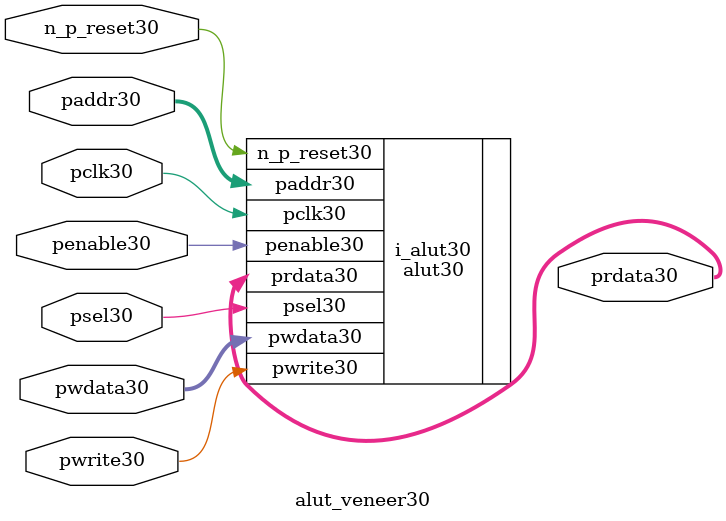
<source format=v>
module alut_veneer30
(   
   // Inputs30
   pclk30,
   n_p_reset30,
   psel30,            
   penable30,       
   pwrite30,         
   paddr30,           
   pwdata30,          

   // Outputs30
   prdata30  
);

   // APB30 Inputs30
   input             pclk30;               // APB30 clock30                          
   input             n_p_reset30;          // Reset30                              
   input             psel30;               // Module30 select30 signal30               
   input             penable30;            // Enable30 signal30                      
   input             pwrite30;             // Write when HIGH30 and read when LOW30  
   input [6:0]       paddr30;              // Address bus for read write         
   input [31:0]      pwdata30;             // APB30 write bus                      

   output [31:0]     prdata30;             // APB30 read bus                       


//-----------------------------------------------------------------------
//##############################################################################
// if the ALUT30 is NOT30 black30 boxed30 
//##############################################################################
`ifndef FV_KIT_BLACK_BOX_LUT30 


alut30 i_alut30 (
        //inputs30
        . n_p_reset30(n_p_reset30),
        . pclk30(pclk30),
        . psel30(psel30),
        . penable30(penable30),
        . pwrite30(pwrite30),
        . paddr30(paddr30[6:0]),
        . pwdata30(pwdata30),

        //outputs30
        . prdata30(prdata30)
);


`else 
//##############################################################################
// if the <module> is black30 boxed30 
//##############################################################################

   // APB30 Inputs30
   wire              pclk30;               // APB30 clock30                          
   wire              n_p_reset30;          // Reset30                              
   wire              psel30;               // Module30 select30 signal30               
   wire              penable30;            // Enable30 signal30                      
   wire              pwrite30;             // Write when HIGH30 and read when LOW30  
   wire  [6:0]       paddr30;              // Address bus for read write         
   wire  [31:0]      pwdata30;             // APB30 write bus                      

   reg   [31:0]      prdata30;             // APB30 read bus                       


`endif

endmodule

</source>
